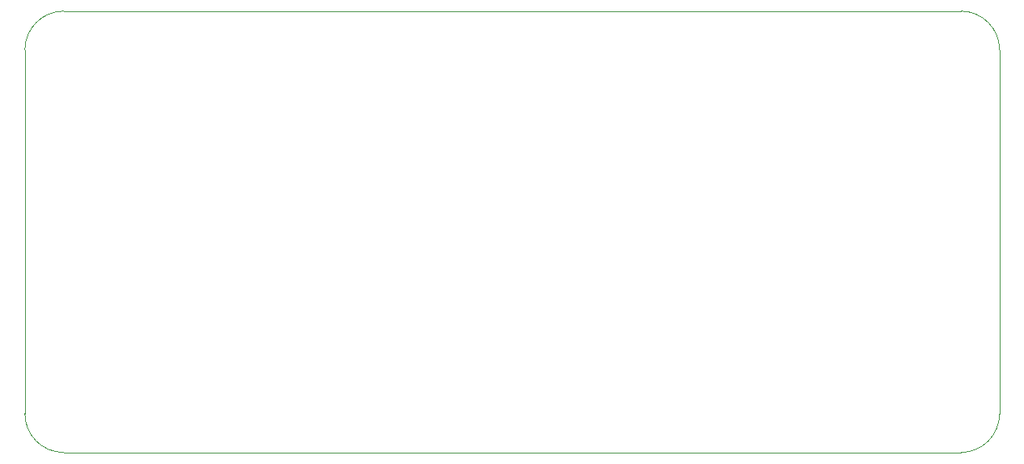
<source format=gbr>
G04 #@! TF.GenerationSoftware,KiCad,Pcbnew,7.0.5*
G04 #@! TF.CreationDate,2023-11-15T14:25:37-06:00*
G04 #@! TF.ProjectId,RotatingSignalStack_board,526f7461-7469-46e6-9753-69676e616c53,rev?*
G04 #@! TF.SameCoordinates,Original*
G04 #@! TF.FileFunction,Profile,NP*
%FSLAX46Y46*%
G04 Gerber Fmt 4.6, Leading zero omitted, Abs format (unit mm)*
G04 Created by KiCad (PCBNEW 7.0.5) date 2023-11-15 14:25:37*
%MOMM*%
%LPD*%
G01*
G04 APERTURE LIST*
G04 #@! TA.AperFunction,Profile*
%ADD10C,0.100000*%
G04 #@! TD*
G04 APERTURE END LIST*
D10*
X101092000Y-113284000D02*
X194992318Y-113284000D01*
X101092000Y-67056000D02*
X194992318Y-67056000D01*
X97028000Y-109220000D02*
X97028000Y-71120000D01*
X199056318Y-71120000D02*
X199056318Y-109220000D01*
X194992318Y-113284018D02*
G75*
G03*
X199056318Y-109220000I-18J4064018D01*
G01*
X97028000Y-109220000D02*
G75*
G03*
X101092000Y-113284000I4064000J0D01*
G01*
X101092000Y-67056000D02*
G75*
G03*
X97028000Y-71120000I0J-4064000D01*
G01*
X199056300Y-71120000D02*
G75*
G03*
X194992318Y-67056000I-4064000J0D01*
G01*
M02*

</source>
